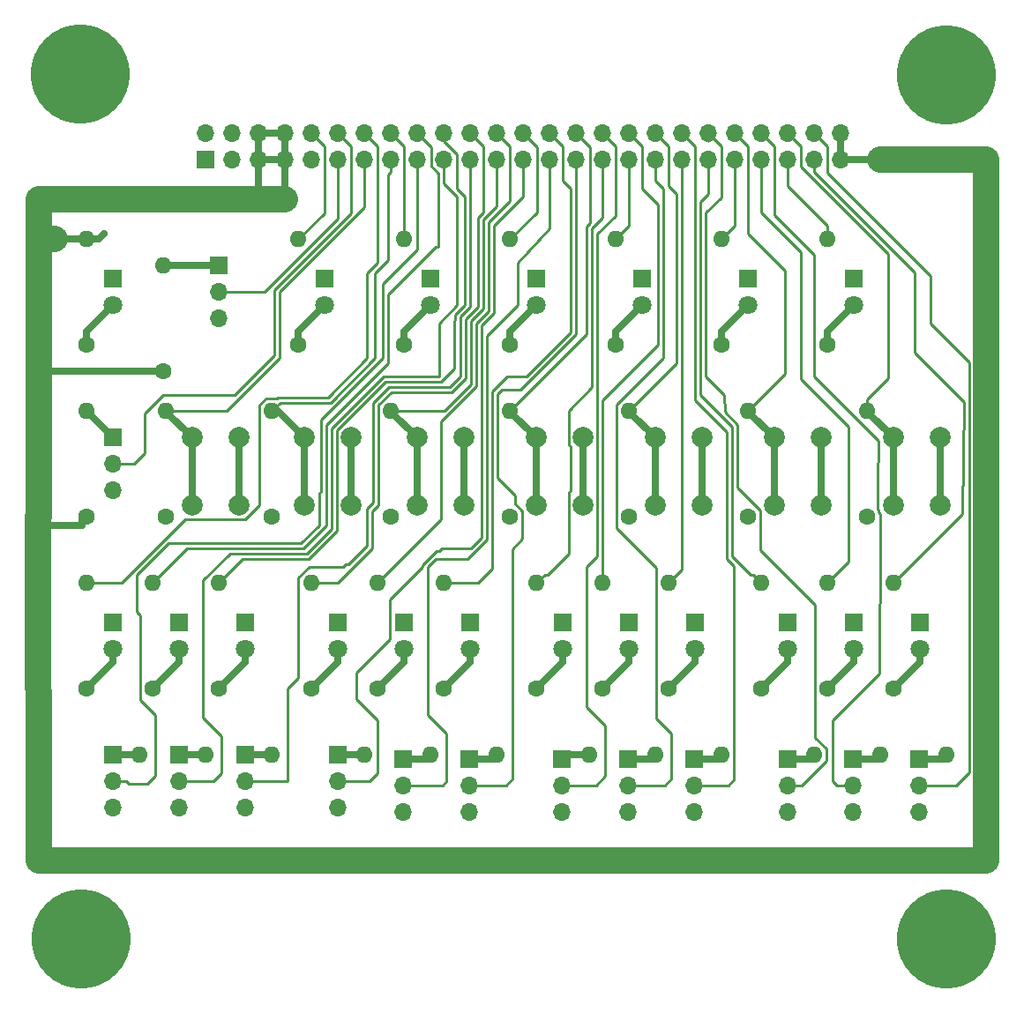
<source format=gbr>
G04 #@! TF.GenerationSoftware,KiCad,Pcbnew,(5.1.5)-3*
G04 #@! TF.CreationDate,2021-04-17T13:21:40-04:00*
G04 #@! TF.ProjectId,LEDS-SW12,4c454453-2d53-4573-9132-2e6b69636164,2*
G04 #@! TF.SameCoordinates,Original*
G04 #@! TF.FileFunction,Copper,L1,Top*
G04 #@! TF.FilePolarity,Positive*
%FSLAX46Y46*%
G04 Gerber Fmt 4.6, Leading zero omitted, Abs format (unit mm)*
G04 Created by KiCad (PCBNEW (5.1.5)-3) date 2021-04-17 13:21:40*
%MOMM*%
%LPD*%
G04 APERTURE LIST*
%ADD10O,1.600000X1.600000*%
%ADD11C,1.600000*%
%ADD12C,9.525000*%
%ADD13C,1.800000*%
%ADD14R,1.800000X1.800000*%
%ADD15O,1.700000X1.700000*%
%ADD16R,1.700000X1.700000*%
%ADD17C,2.000000*%
%ADD18C,0.635000*%
%ADD19C,2.540000*%
%ADD20C,0.254000*%
G04 APERTURE END LIST*
D10*
X77470000Y-81280000D03*
D11*
X77470000Y-91440000D03*
D12*
X15875000Y-15875000D03*
X99000000Y-99000000D03*
X16000000Y-99000000D03*
X99000000Y-16000000D03*
D13*
X96520000Y-71120000D03*
D14*
X96520000Y-68580000D03*
X90170000Y-68580000D03*
D13*
X90170000Y-71120000D03*
D14*
X83820000Y-68580000D03*
D13*
X83820000Y-71120000D03*
X74930000Y-71120000D03*
D14*
X74930000Y-68580000D03*
X68580000Y-68580000D03*
D13*
X68580000Y-71120000D03*
X62230000Y-71120000D03*
D14*
X62230000Y-68580000D03*
X53340000Y-68580000D03*
D13*
X53340000Y-71120000D03*
X46990000Y-71120000D03*
D14*
X46990000Y-68580000D03*
D11*
X49530000Y-91440000D03*
D10*
X49530000Y-81280000D03*
D11*
X55880000Y-91440000D03*
D10*
X55880000Y-81280000D03*
X64770000Y-81280000D03*
D11*
X64770000Y-91440000D03*
X71120000Y-91440000D03*
D10*
X71120000Y-81280000D03*
X86360000Y-81280000D03*
D11*
X86360000Y-91440000D03*
X92710000Y-91440000D03*
D10*
X92710000Y-81280000D03*
X99060000Y-81280000D03*
D11*
X99060000Y-91440000D03*
D10*
X24130000Y-48260000D03*
D11*
X24130000Y-58420000D03*
X34290000Y-58420000D03*
D10*
X34290000Y-48260000D03*
X45720000Y-48260000D03*
D11*
X45720000Y-58420000D03*
X57150000Y-58420000D03*
D10*
X57150000Y-48260000D03*
X68580000Y-48260000D03*
D11*
X68580000Y-58420000D03*
X80010000Y-58420000D03*
D10*
X80010000Y-48260000D03*
X91440000Y-48260000D03*
D11*
X91440000Y-58420000D03*
X93980000Y-74930000D03*
D10*
X93980000Y-64770000D03*
X87630000Y-64770000D03*
D11*
X87630000Y-74930000D03*
X81280000Y-74930000D03*
D10*
X81280000Y-64770000D03*
X72390000Y-64770000D03*
D11*
X72390000Y-74930000D03*
X66040000Y-74930000D03*
D10*
X66040000Y-64770000D03*
X59690000Y-64770000D03*
D11*
X59690000Y-74930000D03*
X50800000Y-74930000D03*
D10*
X50800000Y-64770000D03*
X44450000Y-64770000D03*
D11*
X44450000Y-74930000D03*
D15*
X46863000Y-86741000D03*
X46863000Y-84201000D03*
D16*
X46863000Y-81661000D03*
X53213000Y-81661000D03*
D15*
X53213000Y-84201000D03*
X53213000Y-86741000D03*
X62103000Y-86741000D03*
X62103000Y-84201000D03*
D16*
X62103000Y-81661000D03*
X68453000Y-81661000D03*
D15*
X68453000Y-84201000D03*
X68453000Y-86741000D03*
X74803000Y-86741000D03*
X74803000Y-84201000D03*
D16*
X74803000Y-81661000D03*
X83820000Y-81661000D03*
D15*
X83820000Y-84201000D03*
X83820000Y-86741000D03*
X90043000Y-86741000D03*
X90043000Y-84201000D03*
D16*
X90043000Y-81661000D03*
X96393000Y-81661000D03*
D15*
X96393000Y-84201000D03*
X96393000Y-86741000D03*
D17*
X31115000Y-57300000D03*
X26615000Y-57300000D03*
X31115000Y-50800000D03*
X26615000Y-50800000D03*
X37410000Y-50800000D03*
X41910000Y-50800000D03*
X37410000Y-57300000D03*
X41910000Y-57300000D03*
X52705000Y-57300000D03*
X48205000Y-57300000D03*
X52705000Y-50800000D03*
X48205000Y-50800000D03*
X59635000Y-50800000D03*
X64135000Y-50800000D03*
X59635000Y-57300000D03*
X64135000Y-57300000D03*
X75565000Y-57300000D03*
X71065000Y-57300000D03*
X75565000Y-50800000D03*
X71065000Y-50800000D03*
X82495000Y-50800000D03*
X86995000Y-50800000D03*
X82495000Y-57300000D03*
X86995000Y-57300000D03*
X98425000Y-57300000D03*
X93925000Y-57300000D03*
X98425000Y-50800000D03*
X93925000Y-50800000D03*
D14*
X40640000Y-68580000D03*
D13*
X40640000Y-71120000D03*
X31750000Y-71120000D03*
D14*
X31750000Y-68580000D03*
X25400000Y-68580000D03*
D13*
X25400000Y-71120000D03*
X19050000Y-71120000D03*
D14*
X19050000Y-68580000D03*
D11*
X43180000Y-91440000D03*
D10*
X43180000Y-81280000D03*
X34290000Y-81280000D03*
D11*
X34290000Y-91440000D03*
X27940000Y-91440000D03*
D10*
X27940000Y-81280000D03*
X21590000Y-81280000D03*
D11*
X21590000Y-91440000D03*
X38100000Y-74930000D03*
D10*
X38100000Y-64770000D03*
X29210000Y-64770000D03*
D11*
X29210000Y-74930000D03*
X22860000Y-74930000D03*
D10*
X22860000Y-64770000D03*
X16510000Y-64770000D03*
D11*
X16510000Y-74930000D03*
D15*
X40640000Y-86360000D03*
X40640000Y-83820000D03*
D16*
X40640000Y-81280000D03*
X31750000Y-81280000D03*
D15*
X31750000Y-83820000D03*
X31750000Y-86360000D03*
X25400000Y-86360000D03*
X25400000Y-83820000D03*
D16*
X25400000Y-81280000D03*
X19050000Y-81280000D03*
D15*
X19050000Y-83820000D03*
X19050000Y-86360000D03*
D13*
X90170000Y-38100000D03*
D14*
X90170000Y-35560000D03*
X80010000Y-35560000D03*
D13*
X80010000Y-38100000D03*
X59690000Y-38100000D03*
D14*
X59690000Y-35560000D03*
X69850000Y-35560000D03*
D13*
X69850000Y-38100000D03*
X39370000Y-38100000D03*
D14*
X39370000Y-35560000D03*
X49530000Y-35560000D03*
D13*
X49530000Y-38100000D03*
D10*
X87630000Y-31750000D03*
D11*
X87630000Y-41910000D03*
X77470000Y-41910000D03*
D10*
X77470000Y-31750000D03*
X57150000Y-31750000D03*
D11*
X57150000Y-41910000D03*
X67310000Y-41910000D03*
D10*
X67310000Y-31750000D03*
X36830000Y-31750000D03*
D11*
X36830000Y-41910000D03*
X46990000Y-41910000D03*
D10*
X46990000Y-31750000D03*
D14*
X19050000Y-35560000D03*
D13*
X19050000Y-38100000D03*
D11*
X16510000Y-41910000D03*
D10*
X16510000Y-31750000D03*
D11*
X23876000Y-44450000D03*
D10*
X23876000Y-34290000D03*
D16*
X29210000Y-34290000D03*
D15*
X29210000Y-36830000D03*
X29210000Y-39370000D03*
D11*
X16510000Y-58420000D03*
D10*
X16510000Y-48260000D03*
D16*
X19050000Y-50800000D03*
D15*
X19050000Y-53340000D03*
X19050000Y-55880000D03*
D16*
X27940000Y-24130000D03*
D15*
X27940000Y-21590000D03*
X30480000Y-24130000D03*
X30480000Y-21590000D03*
X33020000Y-24130000D03*
X33020000Y-21590000D03*
X35560000Y-24130000D03*
X35560000Y-21590000D03*
X38100000Y-24130000D03*
X38100000Y-21590000D03*
X40640000Y-24130000D03*
X40640000Y-21590000D03*
X43180000Y-24130000D03*
X43180000Y-21590000D03*
X45720000Y-24130000D03*
X45720000Y-21590000D03*
X48260000Y-24130000D03*
X48260000Y-21590000D03*
X50800000Y-24130000D03*
X50800000Y-21590000D03*
X53340000Y-24130000D03*
X53340000Y-21590000D03*
X55880000Y-24130000D03*
X55880000Y-21590000D03*
X58420000Y-24130000D03*
X58420000Y-21590000D03*
X60960000Y-24130000D03*
X60960000Y-21590000D03*
X63500000Y-24130000D03*
X63500000Y-21590000D03*
X66040000Y-24130000D03*
X66040000Y-21590000D03*
X68580000Y-24130000D03*
X68580000Y-21590000D03*
X71120000Y-24130000D03*
X71120000Y-21590000D03*
X73660000Y-24130000D03*
X73660000Y-21590000D03*
X76200000Y-24130000D03*
X76200000Y-21590000D03*
X78740000Y-24130000D03*
X78740000Y-21590000D03*
X81280000Y-24130000D03*
X81280000Y-21590000D03*
X83820000Y-24130000D03*
X83820000Y-21590000D03*
X86360000Y-24130000D03*
X86360000Y-21590000D03*
X88900000Y-24130000D03*
X88900000Y-21590000D03*
D18*
X96520000Y-72390000D02*
X93980000Y-74930000D01*
X96520000Y-71120000D02*
X96520000Y-72390000D01*
X90170000Y-72390000D02*
X87630000Y-74930000D01*
X90170000Y-71120000D02*
X90170000Y-72390000D01*
X83820000Y-72390000D02*
X81280000Y-74930000D01*
X83820000Y-71120000D02*
X83820000Y-72390000D01*
X74930000Y-72390000D02*
X72390000Y-74930000D01*
X74930000Y-71120000D02*
X74930000Y-72390000D01*
X68580000Y-72390000D02*
X66040000Y-74930000D01*
X68580000Y-71120000D02*
X68580000Y-72390000D01*
X62230000Y-72390000D02*
X59690000Y-74930000D01*
X62230000Y-71120000D02*
X62230000Y-72390000D01*
X53340000Y-72390000D02*
X50800000Y-74930000D01*
X53340000Y-71120000D02*
X53340000Y-72390000D01*
X46990000Y-72390000D02*
X44450000Y-74930000D01*
X46990000Y-71120000D02*
X46990000Y-72390000D01*
X49149000Y-81661000D02*
X49530000Y-81280000D01*
X46863000Y-81661000D02*
X49149000Y-81661000D01*
X55499000Y-81661000D02*
X55880000Y-81280000D01*
X53213000Y-81661000D02*
X55499000Y-81661000D01*
X62484000Y-81280000D02*
X62103000Y-81661000D01*
X64770000Y-81280000D02*
X62484000Y-81280000D01*
X70739000Y-81661000D02*
X71120000Y-81280000D01*
X68453000Y-81661000D02*
X70739000Y-81661000D01*
X77089000Y-81661000D02*
X77470000Y-81280000D01*
X74803000Y-81661000D02*
X77089000Y-81661000D01*
X85979000Y-81661000D02*
X86360000Y-81280000D01*
X83820000Y-81661000D02*
X85979000Y-81661000D01*
X92329000Y-81661000D02*
X92710000Y-81280000D01*
X90043000Y-81661000D02*
X92329000Y-81661000D01*
X98679000Y-81661000D02*
X99060000Y-81280000D01*
X96393000Y-81661000D02*
X98679000Y-81661000D01*
X40640000Y-72390000D02*
X38100000Y-74930000D01*
X40640000Y-71120000D02*
X40640000Y-72390000D01*
X31750000Y-72390000D02*
X29210000Y-74930000D01*
X31750000Y-71120000D02*
X31750000Y-72390000D01*
X25400000Y-72390000D02*
X22860000Y-74930000D01*
X25400000Y-71120000D02*
X25400000Y-72390000D01*
X19050000Y-72390000D02*
X16510000Y-74930000D01*
X19050000Y-71120000D02*
X19050000Y-72390000D01*
X40640000Y-81280000D02*
X43180000Y-81280000D01*
X31750000Y-81280000D02*
X34290000Y-81280000D01*
X25400000Y-81280000D02*
X27940000Y-81280000D01*
X19050000Y-81280000D02*
X21590000Y-81280000D01*
X98425000Y-57300000D02*
X98425000Y-50800000D01*
X86995000Y-57300000D02*
X86995000Y-50800000D01*
X75565000Y-57300000D02*
X75565000Y-50800000D01*
X64135000Y-57300000D02*
X64135000Y-50800000D01*
X52705000Y-57300000D02*
X52705000Y-50800000D01*
X41910000Y-57300000D02*
X41910000Y-50800000D01*
X31115000Y-57300000D02*
X31115000Y-50800000D01*
X87630000Y-40640000D02*
X90170000Y-38100000D01*
X87630000Y-41910000D02*
X87630000Y-40640000D01*
X77470000Y-40640000D02*
X80010000Y-38100000D01*
X77470000Y-41910000D02*
X77470000Y-40640000D01*
X57150000Y-40640000D02*
X59690000Y-38100000D01*
X57150000Y-41910000D02*
X57150000Y-40640000D01*
X67310000Y-40640000D02*
X69850000Y-38100000D01*
X67310000Y-41910000D02*
X67310000Y-40640000D01*
X36830000Y-40640000D02*
X39370000Y-38100000D01*
X36830000Y-41910000D02*
X36830000Y-40640000D01*
X46990000Y-40640000D02*
X49530000Y-38100000D01*
X46990000Y-41910000D02*
X46990000Y-40640000D01*
X16510000Y-40640000D02*
X19050000Y-38100000D01*
X16510000Y-41910000D02*
X16510000Y-40640000D01*
D19*
X99060000Y-91440000D02*
X92710000Y-91440000D01*
X86360000Y-91440000D02*
X92710000Y-91440000D01*
X86360000Y-91440000D02*
X77470000Y-91440000D01*
X77470000Y-91440000D02*
X71120000Y-91440000D01*
X71120000Y-91440000D02*
X64770000Y-91440000D01*
X64770000Y-91440000D02*
X55880000Y-91440000D01*
X55880000Y-91440000D02*
X49530000Y-91440000D01*
X43180000Y-91440000D02*
X49530000Y-91440000D01*
X34290000Y-91440000D02*
X43180000Y-91440000D01*
X27940000Y-91440000D02*
X34290000Y-91440000D01*
X21590000Y-91440000D02*
X27940000Y-91440000D01*
D18*
X12229999Y-59219999D02*
X11430000Y-58420000D01*
D19*
X11938000Y-91440000D02*
X11793990Y-58420000D01*
D18*
X16039999Y-58890001D02*
X16510000Y-58420000D01*
X16039999Y-59219999D02*
X12229999Y-59219999D01*
X16039999Y-59219999D02*
X16039999Y-58890001D01*
D19*
X102870000Y-24130000D02*
X92710000Y-24130000D01*
X102870000Y-91440000D02*
X102870000Y-24130000D01*
X99060000Y-91440000D02*
X102870000Y-91440000D01*
D18*
X88900000Y-24130000D02*
X92710000Y-24130000D01*
X88900000Y-24130000D02*
X88900000Y-21590000D01*
X35560000Y-24130000D02*
X35560000Y-21590000D01*
X33020000Y-21590000D02*
X35560000Y-21590000D01*
X33020000Y-21590000D02*
X33020000Y-24130000D01*
X33020000Y-24130000D02*
X35560000Y-24130000D01*
X33020000Y-27432000D02*
X33020000Y-24130000D01*
D19*
X11938000Y-91440000D02*
X21590000Y-91440000D01*
D18*
X12192000Y-44450000D02*
X11938000Y-44196000D01*
X23876000Y-44450000D02*
X12192000Y-44450000D01*
D19*
X11938000Y-58420000D02*
X11938000Y-44196000D01*
X11938000Y-44196000D02*
X11938000Y-31750000D01*
X11938000Y-31750000D02*
X13462000Y-31750000D01*
D18*
X16510000Y-31750000D02*
X13462000Y-31750000D01*
X13462000Y-31750000D02*
X11430000Y-31750000D01*
X17641370Y-31750000D02*
X18149370Y-31242000D01*
X16510000Y-31750000D02*
X17641370Y-31750000D01*
D19*
X11938000Y-31750000D02*
X11938000Y-27940000D01*
X11938000Y-27940000D02*
X33020000Y-27940000D01*
X33020000Y-27940000D02*
X35560000Y-27940000D01*
D18*
X35560000Y-24130000D02*
X35560000Y-27940000D01*
X26670000Y-34290000D02*
X29210000Y-34290000D01*
X23876000Y-34290000D02*
X29210000Y-34290000D01*
X19050000Y-50800000D02*
X16510000Y-48260000D01*
D20*
X87591001Y-22821001D02*
X86360000Y-21590000D01*
X87591001Y-25361001D02*
X87591001Y-22821001D01*
X96393000Y-84201000D02*
X99949000Y-84201000D01*
X99949000Y-84201000D02*
X101218990Y-82931010D01*
X97536000Y-35306000D02*
X87591001Y-25361001D01*
X101218990Y-82931010D02*
X101218990Y-43560990D01*
X101218990Y-43560990D02*
X97536000Y-39878000D01*
X97536000Y-39878000D02*
X97536000Y-35306000D01*
X88519000Y-84201000D02*
X90043000Y-84201000D01*
X88138000Y-77978000D02*
X88138000Y-83820000D01*
X92621001Y-73494999D02*
X88138000Y-77978000D01*
X92710000Y-60198000D02*
X92621001Y-73494999D01*
X86360000Y-33274000D02*
X86360000Y-44927882D01*
X82511001Y-22821001D02*
X82511001Y-29425001D01*
X82511001Y-29425001D02*
X86360000Y-33274000D01*
X86360000Y-44927882D02*
X92543999Y-51111881D01*
X92543999Y-51111881D02*
X92460856Y-55376856D01*
X92710000Y-58128882D02*
X92710000Y-60198000D01*
X81280000Y-21590000D02*
X82511001Y-22821001D01*
X92460856Y-55376856D02*
X92460856Y-57692974D01*
X88138000Y-83820000D02*
X88519000Y-84201000D01*
X92543999Y-57962881D02*
X92543999Y-57745999D01*
X92543999Y-57745999D02*
X92456000Y-57658000D01*
X92710000Y-58128882D02*
X92543999Y-57962881D01*
X92460856Y-57692974D02*
X92456000Y-57658000D01*
X76200000Y-21590000D02*
X76200000Y-22308118D01*
X85186882Y-84201000D02*
X83820000Y-84201000D01*
X87541001Y-80713119D02*
X87541001Y-81846881D01*
X86448999Y-79621117D02*
X87541001Y-80713119D01*
X86448999Y-66890999D02*
X86448999Y-79621117D01*
X76200000Y-21590000D02*
X77431001Y-22821001D01*
X75946000Y-29210000D02*
X75946000Y-44958000D01*
X77431001Y-22821001D02*
X77431001Y-27724999D01*
X77431001Y-27724999D02*
X75946000Y-29210000D01*
X77724000Y-46736000D02*
X77739059Y-48318625D01*
X75946000Y-44958000D02*
X77724000Y-46736000D01*
X77739059Y-48318625D02*
X78994010Y-49573576D01*
X87541001Y-81846881D02*
X85186882Y-84201000D01*
X78994010Y-49573576D02*
X78994010Y-55656128D01*
X78994010Y-55656128D02*
X81191001Y-57853119D01*
X81191001Y-61633001D02*
X86448999Y-66890999D01*
X81191001Y-57853119D02*
X81191001Y-61633001D01*
X74803000Y-84201000D02*
X78105000Y-84201000D01*
X78651001Y-63113435D02*
X77978000Y-62440434D01*
X78105000Y-84201000D02*
X78651001Y-83654999D01*
X78651001Y-83654999D02*
X78651001Y-63113435D01*
X77978000Y-62440434D02*
X77978000Y-50292000D01*
X77978000Y-50292000D02*
X74930000Y-47244000D01*
X74930000Y-22860000D02*
X73660000Y-21590000D01*
X74930000Y-47244000D02*
X74930000Y-22860000D01*
X71120000Y-26118434D02*
X71120000Y-24130000D01*
X67398999Y-47693119D02*
X71882000Y-43210118D01*
X71208999Y-63334999D02*
X67398999Y-59524999D01*
X72009000Y-84201000D02*
X72644000Y-83566000D01*
X71882000Y-26880434D02*
X71120000Y-26118434D01*
X67398999Y-59524999D02*
X67398999Y-47693119D01*
X68453000Y-84201000D02*
X72009000Y-84201000D01*
X71882000Y-43210118D02*
X71882000Y-26880434D01*
X72644000Y-79248000D02*
X71208999Y-77812999D01*
X71208999Y-77812999D02*
X71208999Y-63334999D01*
X72644000Y-83566000D02*
X72644000Y-79248000D01*
X64516000Y-76708000D02*
X64516000Y-63246000D01*
X65516001Y-62245999D02*
X65516001Y-31257999D01*
X64516000Y-63246000D02*
X65516001Y-62245999D01*
X67271001Y-22821001D02*
X66040000Y-21590000D01*
X67271001Y-29502999D02*
X67271001Y-22821001D01*
X65516001Y-31257999D02*
X67271001Y-29502999D01*
X62103000Y-84201000D02*
X65405000Y-84201000D01*
X65405000Y-84201000D02*
X66294000Y-83312000D01*
X66294000Y-78486000D02*
X64516000Y-76708000D01*
X66294000Y-83312000D02*
X66294000Y-78486000D01*
X63500000Y-24130000D02*
X63500000Y-40894000D01*
X63500000Y-40894000D02*
X58166000Y-46228000D01*
X53213000Y-84201000D02*
X56769000Y-84201000D01*
X57404000Y-83566000D02*
X57404000Y-82550000D01*
X56769000Y-84201000D02*
X57404000Y-83566000D01*
X57364999Y-61507001D02*
X57404000Y-82550000D01*
X58331001Y-60540999D02*
X57364999Y-61507001D01*
X58331001Y-57899003D02*
X58331001Y-60540999D01*
X58166000Y-46228000D02*
X56344434Y-46228000D01*
X55968999Y-46603435D02*
X55968999Y-54698999D01*
X56344434Y-46228000D02*
X55968999Y-46603435D01*
X55968999Y-54698999D02*
X57658000Y-56388000D01*
X57658000Y-56388000D02*
X57658000Y-57150000D01*
X57658000Y-57150000D02*
X58331001Y-57899003D01*
X57912000Y-34036000D02*
X60960000Y-30734000D01*
X54948872Y-60621128D02*
X54948872Y-41063128D01*
X51054000Y-79248000D02*
X49276000Y-77470000D01*
X51054000Y-83820000D02*
X51054000Y-79248000D01*
X49276000Y-77470000D02*
X49276000Y-63246000D01*
X53086000Y-62484000D02*
X54948872Y-60621128D01*
X50673000Y-84201000D02*
X51054000Y-83820000D01*
X60960000Y-30734000D02*
X60960000Y-24130000D01*
X46863000Y-84201000D02*
X50673000Y-84201000D01*
X57912000Y-38100000D02*
X57912000Y-34036000D01*
X49276000Y-63246000D02*
X50038000Y-62484000D01*
X50038000Y-62484000D02*
X53086000Y-62484000D01*
X54948872Y-41063128D02*
X57912000Y-38100000D01*
X48260000Y-32766000D02*
X48260000Y-24130000D01*
X44958007Y-36067993D02*
X44958006Y-36839680D01*
X48260000Y-32766000D02*
X44958007Y-36067993D01*
X20252081Y-83820000D02*
X20506081Y-84074000D01*
X19050000Y-83820000D02*
X20252081Y-83820000D01*
X20506081Y-84074000D02*
X22352000Y-84074000D01*
X22352000Y-84074000D02*
X23114000Y-83312000D01*
X23114000Y-83312000D02*
X23114000Y-77470000D01*
X21678999Y-76034999D02*
X21678999Y-67906999D01*
X23114000Y-77470000D02*
X21678999Y-76034999D01*
X21336000Y-67564000D02*
X21336000Y-64015554D01*
X21678999Y-67906999D02*
X21336000Y-67564000D01*
X21336000Y-64015554D02*
X24391574Y-60959980D01*
X24391574Y-60959980D02*
X37084020Y-60959980D01*
X38791001Y-59252999D02*
X38791001Y-56204999D01*
X37084020Y-60959980D02*
X38791001Y-59252999D01*
X44957990Y-36068010D02*
X44958007Y-36067993D01*
X44957990Y-43136444D02*
X44957990Y-36068010D01*
X39004970Y-49089464D02*
X44957990Y-43136444D01*
X39004970Y-55991030D02*
X39004970Y-49089464D01*
X38791001Y-56204999D02*
X39004970Y-55991030D01*
X50800000Y-26372434D02*
X50800000Y-24130000D01*
X52070000Y-27642434D02*
X50800000Y-26372434D01*
X52070000Y-38107396D02*
X52070000Y-27642434D01*
X50335594Y-39841802D02*
X52070000Y-38107396D01*
X50335594Y-44957972D02*
X50335594Y-39841802D01*
X27686000Y-77724000D02*
X27686000Y-64546118D01*
X37635566Y-61976000D02*
X40020989Y-59590577D01*
X28702000Y-83820000D02*
X29464000Y-83058000D01*
X29464000Y-79502000D02*
X27686000Y-77724000D01*
X45001594Y-44957972D02*
X50335594Y-44957972D01*
X29464000Y-83058000D02*
X29464000Y-79502000D01*
X25400000Y-83820000D02*
X28702000Y-83820000D01*
X30256118Y-61976000D02*
X37635566Y-61976000D01*
X27686000Y-64546118D02*
X30256118Y-61976000D01*
X40020989Y-59590577D02*
X40020990Y-49938576D01*
X40020990Y-49938576D02*
X45001594Y-44957972D01*
X36830000Y-73914000D02*
X35814000Y-74930000D01*
X35814000Y-83820000D02*
X31750000Y-83820000D01*
X36830000Y-64292118D02*
X36830000Y-73914000D01*
X37876118Y-63246000D02*
X36830000Y-64292118D01*
X41402000Y-62992000D02*
X41148000Y-63246000D01*
X51351576Y-45973990D02*
X45539693Y-45973991D01*
X43433990Y-57658010D02*
X43433990Y-61214010D01*
X35814000Y-74930000D02*
X35814000Y-83820000D01*
X53340000Y-38274264D02*
X52408825Y-39205439D01*
X45539693Y-45973991D02*
X44030989Y-47482695D01*
X53340000Y-24130000D02*
X53340000Y-38274264D01*
X41148000Y-63246000D02*
X37876118Y-63246000D01*
X44030989Y-47482695D02*
X44030989Y-57061011D01*
X52408825Y-39205439D02*
X52408825Y-44916741D01*
X41656000Y-62992000D02*
X41402000Y-62992000D01*
X44030989Y-57061011D02*
X43433990Y-57658010D01*
X52408825Y-44916741D02*
X51351576Y-45973990D01*
X43433990Y-61214010D02*
X41656000Y-62992000D01*
X55626000Y-30480000D02*
X58420000Y-27686000D01*
X55626000Y-38862000D02*
X55626000Y-30480000D01*
X54440862Y-40047138D02*
X55626000Y-38862000D01*
X54440862Y-60410704D02*
X54440862Y-40047138D01*
X53383566Y-61468000D02*
X54440862Y-60410704D01*
X50326882Y-61722000D02*
X50580882Y-61468000D01*
X44450000Y-77978000D02*
X42418000Y-75946000D01*
X58420000Y-27686000D02*
X58420000Y-24130000D01*
X44450000Y-83058000D02*
X44450000Y-77978000D01*
X42418000Y-75946000D02*
X42418000Y-73406000D01*
X40640000Y-83820000D02*
X43688000Y-83820000D01*
X45631001Y-70192999D02*
X45631001Y-66382999D01*
X48767990Y-63246010D02*
X48767991Y-63035575D01*
X50580882Y-61468000D02*
X53383566Y-61468000D01*
X43688000Y-83820000D02*
X44450000Y-83058000D01*
X42418000Y-73406000D02*
X45631001Y-70192999D01*
X45631001Y-66382999D02*
X48767990Y-63246010D01*
X48767991Y-63035575D02*
X50081566Y-61722000D01*
X50081566Y-61722000D02*
X50326882Y-61722000D01*
X86360000Y-25332081D02*
X86360000Y-24130000D01*
X100584000Y-58166000D02*
X100710980Y-47370980D01*
X100710980Y-47370980D02*
X96012000Y-42672000D01*
X96012000Y-34984081D02*
X86360000Y-25332081D01*
X93980000Y-64770000D02*
X100584000Y-58166000D01*
X96012000Y-42672000D02*
X96012000Y-34984081D01*
X89662000Y-62738000D02*
X89662000Y-49784000D01*
X81280000Y-29210000D02*
X81280000Y-24130000D01*
X87630000Y-64770000D02*
X89662000Y-62738000D01*
X85090000Y-45212000D02*
X85090000Y-33020000D01*
X89662000Y-49784000D02*
X85090000Y-45212000D01*
X85090000Y-33020000D02*
X81280000Y-29210000D01*
X76200000Y-27432000D02*
X76200000Y-24130000D01*
X75438000Y-28194000D02*
X76200000Y-27432000D01*
X75438000Y-46736000D02*
X75438000Y-28194000D01*
X81280000Y-64770000D02*
X80480001Y-63970001D01*
X80226001Y-63970001D02*
X78486000Y-62230000D01*
X78486000Y-49784000D02*
X75438000Y-46736000D01*
X80480001Y-63970001D02*
X80226001Y-63970001D01*
X78486000Y-62230000D02*
X78486000Y-49784000D01*
X73660000Y-63500000D02*
X72390000Y-64770000D01*
X73660000Y-24130000D02*
X73660000Y-63500000D01*
X66040000Y-64770000D02*
X66040000Y-47244000D01*
X71374000Y-41910000D02*
X71374000Y-28448000D01*
X69811001Y-22821001D02*
X68580000Y-21590000D01*
X66040000Y-47244000D02*
X71374000Y-41910000D01*
X71374000Y-28448000D02*
X69811001Y-26885001D01*
X69811001Y-26885001D02*
X69811001Y-22821001D01*
X60489999Y-63970001D02*
X60743999Y-63970001D01*
X59690000Y-64770000D02*
X60489999Y-63970001D01*
X62753999Y-61960001D02*
X62753999Y-56149999D01*
X60743999Y-63970001D02*
X62753999Y-61960001D01*
X62753999Y-48244001D02*
X65007991Y-45990009D01*
X62992000Y-51700882D02*
X62753999Y-51462881D01*
X62753999Y-51462881D02*
X62753999Y-48244001D01*
X62753999Y-56149999D02*
X62992000Y-55911998D01*
X62992000Y-55911998D02*
X62992000Y-51700882D01*
X65007991Y-45990009D02*
X65007991Y-30750009D01*
X66040000Y-29718000D02*
X66040000Y-24130000D01*
X65007991Y-30750009D02*
X66040000Y-29718000D01*
X50800000Y-64770000D02*
X54102000Y-64770000D01*
X54102000Y-64770000D02*
X55456882Y-63415118D01*
X55456882Y-63415118D02*
X55456882Y-46397118D01*
X56896000Y-44958000D02*
X58717566Y-44958000D01*
X55456882Y-46397118D02*
X56896000Y-44958000D01*
X58717566Y-44958000D02*
X62992000Y-40683566D01*
X62191001Y-22821001D02*
X60960000Y-21590000D01*
X62191001Y-26123001D02*
X62191001Y-22821001D01*
X62992000Y-26924000D02*
X62191001Y-26123001D01*
X62992000Y-40683566D02*
X62992000Y-26924000D01*
X57150000Y-27432000D02*
X57111001Y-22821001D01*
X57150000Y-28065550D02*
X57150000Y-27432000D01*
X55117990Y-30097560D02*
X57150000Y-28065550D01*
X55117990Y-38651576D02*
X55117990Y-30097560D01*
X53932853Y-39836713D02*
X55117990Y-38651576D01*
X53932852Y-45889148D02*
X53932853Y-39836713D01*
X50546000Y-49276000D02*
X53932852Y-45889148D01*
X50546000Y-58674000D02*
X50546000Y-49276000D01*
X57111001Y-22821001D02*
X55880000Y-21590000D01*
X44450000Y-64770000D02*
X50546000Y-58674000D01*
X53340000Y-21590000D02*
X54571001Y-22821001D01*
X45750118Y-46482000D02*
X44538999Y-47693119D01*
X51562000Y-46482000D02*
X52916834Y-45127166D01*
X45750118Y-46482000D02*
X51562000Y-46482000D01*
X52916834Y-45127166D02*
X52916835Y-39415863D01*
X52916835Y-39415863D02*
X54101970Y-38230728D01*
X54610000Y-29168682D02*
X54610000Y-23114000D01*
X54101971Y-29676711D02*
X54610000Y-29168682D01*
X54101970Y-38230728D02*
X54101971Y-29676711D01*
X54571001Y-22821001D02*
X54610000Y-23114000D01*
X44538999Y-47693119D02*
X44538999Y-57315001D01*
X40640000Y-64770000D02*
X43942000Y-61468000D01*
X38100000Y-64770000D02*
X40640000Y-64770000D01*
X43942000Y-57912000D02*
X44538999Y-57315001D01*
X43942000Y-61468000D02*
X43942000Y-57912000D01*
X51816000Y-39624000D02*
X51900815Y-39539185D01*
X45212018Y-45465982D02*
X50546018Y-45465982D01*
X40528999Y-50149001D02*
X45212018Y-45465982D01*
X51816000Y-44196000D02*
X51816000Y-39624000D01*
X50546018Y-45465982D02*
X51816000Y-44196000D01*
X37846000Y-62484000D02*
X40528999Y-59801001D01*
X51900815Y-39539185D02*
X51900816Y-38995014D01*
X40528999Y-59801001D02*
X40528999Y-50149001D01*
X51900816Y-38995014D02*
X52832000Y-38063830D01*
X29210000Y-64770000D02*
X31496000Y-62484000D01*
X31496000Y-62484000D02*
X37846000Y-62484000D01*
X52070000Y-26924000D02*
X52070000Y-23578118D01*
X52832000Y-38063830D02*
X52832000Y-27686000D01*
X52832000Y-27686000D02*
X52070000Y-26924000D01*
X52070000Y-23578118D02*
X50800000Y-22308118D01*
X50800000Y-22308118D02*
X50800000Y-21590000D01*
X49568999Y-22898999D02*
X48260000Y-21590000D01*
X50291990Y-25443872D02*
X49568999Y-24720881D01*
X49568999Y-24720881D02*
X49568999Y-22898999D01*
X50291990Y-32257990D02*
X50291990Y-25443872D01*
X22860000Y-64770000D02*
X26162010Y-61467990D01*
X26162010Y-61467990D02*
X37338010Y-61467990D01*
X39512980Y-59293020D02*
X39512980Y-49641020D01*
X37338010Y-61467990D02*
X39512980Y-59293020D01*
X39512980Y-49641020D02*
X45466000Y-43688000D01*
X45466000Y-37050120D02*
X50004120Y-32512000D01*
X50004120Y-32512000D02*
X50292000Y-32512000D01*
X45466000Y-43688000D02*
X45466000Y-37050120D01*
X50292000Y-32512000D02*
X50291990Y-32257990D01*
X44411001Y-22821001D02*
X43180000Y-21590000D01*
X43434000Y-35052000D02*
X44450000Y-34036000D01*
X33108999Y-57315001D02*
X33108999Y-47693119D01*
X33108999Y-47693119D02*
X33723119Y-47078999D01*
X25952119Y-58681001D02*
X31742999Y-58681001D01*
X44450000Y-34036000D02*
X44411001Y-22821001D01*
X19863120Y-64770000D02*
X25952119Y-58681001D01*
X34879575Y-46951991D02*
X39662009Y-46951991D01*
X31742999Y-58681001D02*
X33108999Y-57315001D01*
X43434000Y-43180000D02*
X43434000Y-35052000D01*
X33723119Y-47078999D02*
X34752567Y-47078999D01*
X16510000Y-64770000D02*
X19863120Y-64770000D01*
X34752567Y-47078999D02*
X34879575Y-46951991D01*
X39662009Y-46951991D02*
X43434000Y-43180000D01*
D18*
X91440000Y-48315000D02*
X93925000Y-50800000D01*
X91440000Y-48260000D02*
X91440000Y-48315000D01*
X93925000Y-50800000D02*
X93925000Y-57300000D01*
D20*
X85051001Y-22821001D02*
X83820000Y-21590000D01*
X85051001Y-24741516D02*
X85051001Y-22821001D01*
X91440000Y-47128630D02*
X93472000Y-45096630D01*
X91440000Y-48260000D02*
X91440000Y-47128630D01*
X93472000Y-33162515D02*
X85090000Y-24780515D01*
X93472000Y-45096630D02*
X93472000Y-33162515D01*
X85090000Y-24780515D02*
X85090000Y-24638000D01*
X85090000Y-24638000D02*
X85051001Y-24741516D01*
D18*
X80010000Y-48315000D02*
X82495000Y-50800000D01*
X80010000Y-48260000D02*
X80010000Y-48315000D01*
X82495000Y-50800000D02*
X82495000Y-57300000D01*
D20*
X80010000Y-48260000D02*
X83566000Y-44704000D01*
X83566000Y-44704000D02*
X83566000Y-34798000D01*
X79971001Y-22821001D02*
X78740000Y-21590000D01*
X79971001Y-31203001D02*
X79971001Y-22821001D01*
X83566000Y-34798000D02*
X79971001Y-31203001D01*
D18*
X68580000Y-48315000D02*
X71065000Y-50800000D01*
X68580000Y-48260000D02*
X68580000Y-48315000D01*
X71065000Y-50800000D02*
X71065000Y-57300000D01*
D20*
X73151990Y-43688010D02*
X68580000Y-48260000D01*
X72351001Y-26631001D02*
X73151990Y-27431990D01*
X73151990Y-27431990D02*
X73151990Y-43688010D01*
X71120000Y-21590000D02*
X72351001Y-22821001D01*
X72351001Y-22821001D02*
X72351001Y-26631001D01*
D18*
X57150000Y-48315000D02*
X59635000Y-50800000D01*
X57150000Y-48260000D02*
X57150000Y-48315000D01*
X59635000Y-50800000D02*
X59635000Y-57300000D01*
D20*
X64808999Y-30230567D02*
X64499981Y-30539585D01*
X63500000Y-21590000D02*
X64808999Y-22898999D01*
X64499981Y-40910019D02*
X57150000Y-48260000D01*
X64499981Y-30539585D02*
X64499981Y-40910019D01*
X64808999Y-22898999D02*
X64808999Y-30230567D01*
D18*
X45720000Y-48315000D02*
X48205000Y-50800000D01*
X45720000Y-48260000D02*
X45720000Y-48315000D01*
X48205000Y-50800000D02*
X48205000Y-57300000D01*
D20*
X55880000Y-28617116D02*
X55880000Y-24130000D01*
X50843566Y-48260000D02*
X53424843Y-45678723D01*
X54609980Y-29887136D02*
X55880000Y-28617116D01*
X45720000Y-48260000D02*
X50843566Y-48260000D01*
X53424843Y-45678723D02*
X53424844Y-39626288D01*
X53424844Y-39626288D02*
X54609980Y-38441152D01*
X54609980Y-38441152D02*
X54609980Y-29887136D01*
D18*
X34870000Y-48260000D02*
X37410000Y-50800000D01*
X34290000Y-48260000D02*
X34870000Y-48260000D01*
X37410000Y-50800000D02*
X37410000Y-57300000D01*
D20*
X45720000Y-25332081D02*
X45720000Y-24130000D01*
X45466000Y-25586081D02*
X45720000Y-25332081D01*
X34290000Y-48260000D02*
X35089999Y-47460001D01*
X35089999Y-47460001D02*
X39915999Y-47460001D01*
X44196000Y-43180000D02*
X44196000Y-35008434D01*
X45466000Y-33738434D02*
X45466000Y-25586081D01*
X44196000Y-35008434D02*
X45466000Y-33738434D01*
X39915999Y-47460001D02*
X44196000Y-43180000D01*
X34543991Y-36619575D02*
X40640000Y-30523566D01*
X34543990Y-42926010D02*
X34543991Y-36619575D01*
X21082000Y-53340000D02*
X22098000Y-52324000D01*
X30734000Y-46736000D02*
X34543990Y-42926010D01*
X22098000Y-48514000D02*
X23876000Y-46736000D01*
X19050000Y-53340000D02*
X21082000Y-53340000D01*
X23876000Y-46736000D02*
X30734000Y-46736000D01*
X22098000Y-52324000D02*
X22098000Y-48514000D01*
X41871001Y-29292565D02*
X34543991Y-36619575D01*
X41871001Y-22821001D02*
X41871001Y-29292565D01*
X40640000Y-21590000D02*
X41871001Y-22821001D01*
X83820000Y-24130000D02*
X83820000Y-26670000D01*
X83820000Y-26670000D02*
X87630000Y-30480000D01*
X87630000Y-30480000D02*
X87630000Y-31750000D01*
X78740000Y-30480000D02*
X78740000Y-24130000D01*
X77470000Y-31750000D02*
X78740000Y-30480000D01*
X68580000Y-30480000D02*
X67310000Y-31750000D01*
X68580000Y-24130000D02*
X68580000Y-30480000D01*
X59728999Y-22898999D02*
X58420000Y-21590000D01*
X59728999Y-29171001D02*
X59728999Y-22898999D01*
X57150000Y-31750000D02*
X59728999Y-29171001D01*
X39331001Y-22821001D02*
X38100000Y-21590000D01*
X39331001Y-29248999D02*
X39331001Y-22821001D01*
X36830000Y-31750000D02*
X39331001Y-29248999D01*
X46990000Y-22860000D02*
X45720000Y-21590000D01*
X46990000Y-31750000D02*
X46990000Y-22860000D01*
X40640000Y-24130000D02*
X40640000Y-29805132D01*
X33615132Y-36830000D02*
X29210000Y-36830000D01*
X40640000Y-29805132D02*
X33615132Y-36830000D01*
D18*
X24130000Y-48315000D02*
X26615000Y-50800000D01*
X24130000Y-48260000D02*
X24130000Y-48315000D01*
X26615000Y-50800000D02*
X26615000Y-57300000D01*
D20*
X35052000Y-43180000D02*
X35052000Y-36830000D01*
X29972000Y-48260000D02*
X35052000Y-43180000D01*
X24130000Y-48260000D02*
X29972000Y-48260000D01*
X43180000Y-28702000D02*
X43180000Y-24130000D01*
X35052000Y-36830000D02*
X43180000Y-28702000D01*
M02*

</source>
